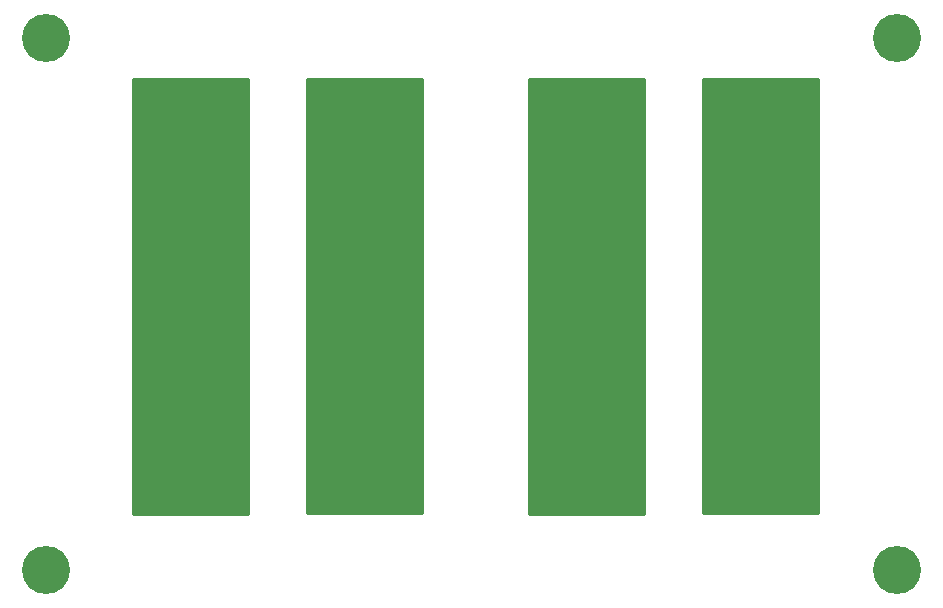
<source format=gbr>
G04 #@! TF.FileFunction,Copper,L2,Bot,Signal*
%FSLAX46Y46*%
G04 Gerber Fmt 4.6, Leading zero omitted, Abs format (unit mm)*
G04 Created by KiCad (PCBNEW 4.0.7) date 03/15/18 11:45:02*
%MOMM*%
%LPD*%
G01*
G04 APERTURE LIST*
%ADD10C,0.100000*%
%ADD11C,4.064000*%
%ADD12C,2.800000*%
%ADD13C,0.254000*%
G04 APERTURE END LIST*
D10*
D11*
X185500000Y-144500000D03*
X113500000Y-144500000D03*
X113500000Y-99500000D03*
D12*
X123649200Y-137120800D03*
X127649200Y-137120800D03*
X123649200Y-125440800D03*
X127649200Y-125440800D03*
X138649200Y-125440800D03*
X142649200Y-125440800D03*
X138649200Y-137120800D03*
X142649200Y-137120800D03*
X123494800Y-117957600D03*
X127294800Y-117957600D03*
X123494800Y-105457600D03*
X127294800Y-105457600D03*
X138494800Y-117957600D03*
X142294800Y-117957600D03*
X138494800Y-105457600D03*
X142294800Y-105457600D03*
X157177200Y-137120800D03*
X161177200Y-137120800D03*
X157177200Y-125440800D03*
X161177200Y-125440800D03*
X172177200Y-125440800D03*
X176177200Y-125440800D03*
X172177200Y-137120800D03*
X176177200Y-137120800D03*
X157022800Y-117957600D03*
X160822800Y-117957600D03*
X157022800Y-105457600D03*
X160822800Y-105457600D03*
X172022800Y-117957600D03*
X175822800Y-117957600D03*
X172022800Y-105457600D03*
X175822800Y-105457600D03*
D11*
X185500000Y-99500000D03*
D13*
G36*
X130581400Y-139776200D02*
X120827800Y-139776200D01*
X120827800Y-102997000D01*
X130581400Y-102997000D01*
X130581400Y-139776200D01*
X130581400Y-139776200D01*
G37*
X130581400Y-139776200D02*
X120827800Y-139776200D01*
X120827800Y-102997000D01*
X130581400Y-102997000D01*
X130581400Y-139776200D01*
G36*
X145313400Y-139725400D02*
X135559800Y-139725400D01*
X135559800Y-102946200D01*
X145313400Y-102946200D01*
X145313400Y-139725400D01*
X145313400Y-139725400D01*
G37*
X145313400Y-139725400D02*
X135559800Y-139725400D01*
X135559800Y-102946200D01*
X145313400Y-102946200D01*
X145313400Y-139725400D01*
G36*
X164109400Y-139776200D02*
X154355800Y-139776200D01*
X154355800Y-102997000D01*
X164109400Y-102997000D01*
X164109400Y-139776200D01*
X164109400Y-139776200D01*
G37*
X164109400Y-139776200D02*
X154355800Y-139776200D01*
X154355800Y-102997000D01*
X164109400Y-102997000D01*
X164109400Y-139776200D01*
G36*
X178841400Y-139725400D02*
X169087800Y-139725400D01*
X169087800Y-102946200D01*
X178841400Y-102946200D01*
X178841400Y-139725400D01*
X178841400Y-139725400D01*
G37*
X178841400Y-139725400D02*
X169087800Y-139725400D01*
X169087800Y-102946200D01*
X178841400Y-102946200D01*
X178841400Y-139725400D01*
M02*

</source>
